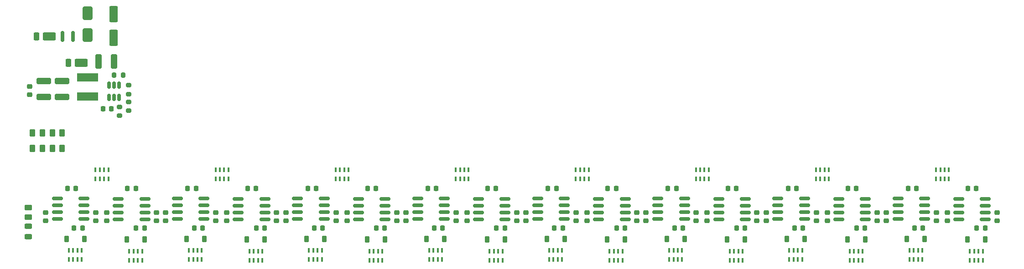
<source format=gbr>
%TF.GenerationSoftware,KiCad,Pcbnew,9.0.3*%
%TF.CreationDate,2025-07-15T10:45:23+03:00*%
%TF.ProjectId,control_unit_tester,636f6e74-726f-46c5-9f75-6e69745f7465,R2*%
%TF.SameCoordinates,Original*%
%TF.FileFunction,Paste,Top*%
%TF.FilePolarity,Positive*%
%FSLAX46Y46*%
G04 Gerber Fmt 4.6, Leading zero omitted, Abs format (unit mm)*
G04 Created by KiCad (PCBNEW 9.0.3) date 2025-07-15 10:45:23*
%MOMM*%
%LPD*%
G01*
G04 APERTURE LIST*
G04 Aperture macros list*
%AMRoundRect*
0 Rectangle with rounded corners*
0 $1 Rounding radius*
0 $2 $3 $4 $5 $6 $7 $8 $9 X,Y pos of 4 corners*
0 Add a 4 corners polygon primitive as box body*
4,1,4,$2,$3,$4,$5,$6,$7,$8,$9,$2,$3,0*
0 Add four circle primitives for the rounded corners*
1,1,$1+$1,$2,$3*
1,1,$1+$1,$4,$5*
1,1,$1+$1,$6,$7*
1,1,$1+$1,$8,$9*
0 Add four rect primitives between the rounded corners*
20,1,$1+$1,$2,$3,$4,$5,0*
20,1,$1+$1,$4,$5,$6,$7,0*
20,1,$1+$1,$6,$7,$8,$9,0*
20,1,$1+$1,$8,$9,$2,$3,0*%
G04 Aperture macros list end*
%ADD10RoundRect,0.225000X0.225000X0.250000X-0.225000X0.250000X-0.225000X-0.250000X0.225000X-0.250000X0*%
%ADD11R,4.000000X1.500000*%
%ADD12RoundRect,0.225000X-0.250000X0.225000X-0.250000X-0.225000X0.250000X-0.225000X0.250000X0.225000X0*%
%ADD13RoundRect,0.200000X0.200000X0.275000X-0.200000X0.275000X-0.200000X-0.275000X0.200000X-0.275000X0*%
%ADD14RoundRect,0.225000X0.225000X0.375000X-0.225000X0.375000X-0.225000X-0.375000X0.225000X-0.375000X0*%
%ADD15RoundRect,0.150000X-0.825000X-0.150000X0.825000X-0.150000X0.825000X0.150000X-0.825000X0.150000X0*%
%ADD16R,0.400000X0.900000*%
%ADD17RoundRect,0.250000X-0.262500X-0.450000X0.262500X-0.450000X0.262500X0.450000X-0.262500X0.450000X0*%
%ADD18RoundRect,0.150000X0.150000X-0.850000X0.150000X0.850000X-0.150000X0.850000X-0.150000X-0.850000X0*%
%ADD19RoundRect,0.200000X-0.275000X0.200000X-0.275000X-0.200000X0.275000X-0.200000X0.275000X0.200000X0*%
%ADD20RoundRect,0.150000X0.150000X-0.512500X0.150000X0.512500X-0.150000X0.512500X-0.150000X-0.512500X0*%
%ADD21RoundRect,0.250000X1.100000X-0.325000X1.100000X0.325000X-1.100000X0.325000X-1.100000X-0.325000X0*%
%ADD22RoundRect,0.225000X0.250000X-0.225000X0.250000X0.225000X-0.250000X0.225000X-0.250000X-0.225000X0*%
%ADD23RoundRect,0.200000X0.275000X-0.200000X0.275000X0.200000X-0.275000X0.200000X-0.275000X-0.200000X0*%
%ADD24RoundRect,0.250000X0.450000X-0.262500X0.450000X0.262500X-0.450000X0.262500X-0.450000X-0.262500X0*%
%ADD25RoundRect,0.250000X0.650000X-1.000000X0.650000X1.000000X-0.650000X1.000000X-0.650000X-1.000000X0*%
%ADD26RoundRect,0.250000X0.325000X1.100000X-0.325000X1.100000X-0.325000X-1.100000X0.325000X-1.100000X0*%
%ADD27RoundRect,0.250000X-0.950000X-0.500000X0.950000X-0.500000X0.950000X0.500000X-0.950000X0.500000X0*%
%ADD28RoundRect,0.250000X-0.275000X-0.500000X0.275000X-0.500000X0.275000X0.500000X-0.275000X0.500000X0*%
%ADD29RoundRect,0.250000X0.550000X-1.250000X0.550000X1.250000X-0.550000X1.250000X-0.550000X-1.250000X0*%
%ADD30RoundRect,0.243750X0.456250X-0.243750X0.456250X0.243750X-0.456250X0.243750X-0.456250X-0.243750X0*%
G04 APERTURE END LIST*
D10*
%TO.C,C68*%
X115289286Y-105050000D03*
X113739286Y-105050000D03*
%TD*%
D11*
%TO.C,L2*%
X82408333Y-76975000D03*
X82408333Y-80575000D03*
%TD*%
D12*
%TO.C,C29*%
X228960714Y-102125000D03*
X228960714Y-103675000D03*
%TD*%
D13*
%TO.C,R6*%
X89008333Y-76600000D03*
X87358333Y-76600000D03*
%TD*%
D14*
%TO.C,D21*%
X182182143Y-107125000D03*
X178882143Y-107125000D03*
%TD*%
D10*
%TO.C,C16*%
X247400000Y-97625000D03*
X245850000Y-97625000D03*
%TD*%
%TO.C,C8*%
X180532143Y-97625000D03*
X178982143Y-97625000D03*
%TD*%
D12*
%TO.C,C45*%
X208385714Y-102125000D03*
X208385714Y-103675000D03*
%TD*%
D10*
%TO.C,C14*%
X225110714Y-97625000D03*
X223560714Y-97625000D03*
%TD*%
D15*
%TO.C,U10*%
X199571429Y-99585000D03*
X199571429Y-100855000D03*
X199571429Y-102125000D03*
X199571429Y-103395000D03*
X204521429Y-103395000D03*
X204521429Y-102125000D03*
X204521429Y-100855000D03*
X204521429Y-99585000D03*
%TD*%
D16*
%TO.C,RN6*%
X128478571Y-95900000D03*
X129278571Y-95900000D03*
X130078571Y-95900000D03*
X130878571Y-95900000D03*
X130878571Y-94200000D03*
X130078571Y-94200000D03*
X129278571Y-94200000D03*
X128478571Y-94200000D03*
%TD*%
D12*
%TO.C,C40*%
X119228571Y-102125000D03*
X119228571Y-103675000D03*
%TD*%
D10*
%TO.C,C69*%
X226735714Y-105050000D03*
X225185714Y-105050000D03*
%TD*%
D15*
%TO.C,U6*%
X154992857Y-99585000D03*
X154992857Y-100855000D03*
X154992857Y-102125000D03*
X154992857Y-103395000D03*
X159942857Y-103395000D03*
X159942857Y-102125000D03*
X159942857Y-100855000D03*
X159942857Y-99585000D03*
%TD*%
D12*
%TO.C,C50*%
X173132143Y-102125000D03*
X173132143Y-103675000D03*
%TD*%
%TO.C,C30*%
X251250000Y-102125000D03*
X251250000Y-103675000D03*
%TD*%
D10*
%TO.C,C2*%
X91375000Y-97625000D03*
X89825000Y-97625000D03*
%TD*%
D12*
%TO.C,C36*%
X108289286Y-102125000D03*
X108289286Y-103675000D03*
%TD*%
D14*
%TO.C,D38*%
X215535714Y-107050000D03*
X212235714Y-107050000D03*
%TD*%
%TO.C,D32*%
X104089286Y-107050000D03*
X100789286Y-107050000D03*
%TD*%
D17*
%TO.C,R3*%
X72187500Y-87350000D03*
X74012500Y-87350000D03*
%TD*%
D12*
%TO.C,C37*%
X219735714Y-102125000D03*
X219735714Y-103675000D03*
%TD*%
D14*
%TO.C,D20*%
X170957143Y-107050000D03*
X167657143Y-107050000D03*
%TD*%
D12*
%TO.C,C39*%
X74650000Y-102125000D03*
X74650000Y-103675000D03*
%TD*%
D16*
%TO.C,RN8*%
X159442857Y-109300000D03*
X158642857Y-109300000D03*
X157842857Y-109300000D03*
X157042857Y-109300000D03*
X157042857Y-111000000D03*
X157842857Y-111000000D03*
X158642857Y-111000000D03*
X159442857Y-111000000D03*
%TD*%
D12*
%TO.C,C46*%
X230675000Y-102125000D03*
X230675000Y-103675000D03*
%TD*%
D14*
%TO.C,D9*%
X137603571Y-107125000D03*
X134303571Y-107125000D03*
%TD*%
D16*
%TO.C,RN14*%
X204021429Y-109300000D03*
X203221429Y-109300000D03*
X202421429Y-109300000D03*
X201621429Y-109300000D03*
X201621429Y-111000000D03*
X202421429Y-111000000D03*
X203221429Y-111000000D03*
X204021429Y-111000000D03*
%TD*%
D10*
%TO.C,C58*%
X170632143Y-105000000D03*
X169082143Y-105000000D03*
%TD*%
D14*
%TO.C,D8*%
X126378571Y-107050000D03*
X123078571Y-107050000D03*
%TD*%
D15*
%TO.C,U11*%
X99114286Y-99495000D03*
X99114286Y-100765000D03*
X99114286Y-102035000D03*
X99114286Y-103305000D03*
X104064286Y-103305000D03*
X104064286Y-102035000D03*
X104064286Y-100765000D03*
X104064286Y-99495000D03*
%TD*%
D10*
%TO.C,C70*%
X249025000Y-105050000D03*
X247475000Y-105050000D03*
%TD*%
%TO.C,C65*%
X159867857Y-105050000D03*
X158317857Y-105050000D03*
%TD*%
D14*
%TO.C,D45*%
X249050000Y-107125000D03*
X245750000Y-107125000D03*
%TD*%
D17*
%TO.C,R2*%
X75887500Y-90200000D03*
X77712500Y-90200000D03*
%TD*%
D18*
%TO.C,L1*%
X77800000Y-69350000D03*
X79700000Y-69350000D03*
%TD*%
D12*
%TO.C,C38*%
X242025000Y-102125000D03*
X242025000Y-103675000D03*
%TD*%
D15*
%TO.C,U4*%
X132703571Y-99585000D03*
X132703571Y-100855000D03*
X132703571Y-102125000D03*
X132703571Y-103395000D03*
X137653571Y-103395000D03*
X137653571Y-102125000D03*
X137653571Y-100855000D03*
X137653571Y-99585000D03*
%TD*%
D17*
%TO.C,R1*%
X72187500Y-90200000D03*
X74012500Y-90200000D03*
%TD*%
D16*
%TO.C,RN10*%
X168107143Y-110900000D03*
X168907143Y-110900000D03*
X169707143Y-110900000D03*
X170507143Y-110900000D03*
X170507143Y-109200000D03*
X169707143Y-109200000D03*
X168907143Y-109200000D03*
X168107143Y-109200000D03*
%TD*%
%TO.C,RN19*%
X212685714Y-110900000D03*
X213485714Y-110900000D03*
X214285714Y-110900000D03*
X215085714Y-110900000D03*
X215085714Y-109200000D03*
X214285714Y-109200000D03*
X213485714Y-109200000D03*
X212685714Y-109200000D03*
%TD*%
D12*
%TO.C,C43*%
X186096429Y-102125000D03*
X186096429Y-103675000D03*
%TD*%
D16*
%TO.C,RN22*%
X234975000Y-110900000D03*
X235775000Y-110900000D03*
X236575000Y-110900000D03*
X237375000Y-110900000D03*
X237375000Y-109200000D03*
X236575000Y-109200000D03*
X235775000Y-109200000D03*
X234975000Y-109200000D03*
%TD*%
D12*
%TO.C,C44*%
X96939286Y-102125000D03*
X96939286Y-103675000D03*
%TD*%
D10*
%TO.C,C19*%
X86850000Y-82810000D03*
X85300000Y-82810000D03*
%TD*%
D12*
%TO.C,C47*%
X83975000Y-102125000D03*
X83975000Y-103675000D03*
%TD*%
D16*
%TO.C,RN15*%
X195346429Y-95900000D03*
X196146429Y-95900000D03*
X196946429Y-95900000D03*
X197746429Y-95900000D03*
X197746429Y-94200000D03*
X196946429Y-94200000D03*
X196146429Y-94200000D03*
X195346429Y-94200000D03*
%TD*%
D12*
%TO.C,C31*%
X86000000Y-102125000D03*
X86000000Y-103675000D03*
%TD*%
D14*
%TO.C,D3*%
X93025000Y-107125000D03*
X89725000Y-107125000D03*
%TD*%
D15*
%TO.C,U7*%
X165982143Y-99495000D03*
X165982143Y-100765000D03*
X165982143Y-102035000D03*
X165982143Y-103305000D03*
X170932143Y-103305000D03*
X170932143Y-102035000D03*
X170932143Y-100765000D03*
X170932143Y-99495000D03*
%TD*%
D19*
%TO.C,R8*%
X88395000Y-82495000D03*
X88395000Y-84145000D03*
%TD*%
D20*
%TO.C,U17*%
X86408333Y-80725000D03*
X87358333Y-80725000D03*
X88308333Y-80725000D03*
X88308333Y-78450000D03*
X87358333Y-78450000D03*
X86408333Y-78450000D03*
%TD*%
D10*
%TO.C,C66*%
X182157143Y-105050000D03*
X180607143Y-105050000D03*
%TD*%
D16*
%TO.C,RN23*%
X248600000Y-109300000D03*
X247800000Y-109300000D03*
X247000000Y-109300000D03*
X246200000Y-109300000D03*
X246200000Y-111000000D03*
X247000000Y-111000000D03*
X247800000Y-111000000D03*
X248600000Y-111000000D03*
%TD*%
D15*
%TO.C,U12*%
X110414286Y-99585000D03*
X110414286Y-100855000D03*
X110414286Y-102125000D03*
X110414286Y-103395000D03*
X115364286Y-103395000D03*
X115364286Y-102125000D03*
X115364286Y-100855000D03*
X115364286Y-99585000D03*
%TD*%
D16*
%TO.C,RN1*%
X78950000Y-110900000D03*
X79750000Y-110900000D03*
X80550000Y-110900000D03*
X81350000Y-110900000D03*
X81350000Y-109200000D03*
X80550000Y-109200000D03*
X79750000Y-109200000D03*
X78950000Y-109200000D03*
%TD*%
%TO.C,RN12*%
X173057143Y-95900000D03*
X173857143Y-95900000D03*
X174657143Y-95900000D03*
X175457143Y-95900000D03*
X175457143Y-94200000D03*
X174657143Y-94200000D03*
X173857143Y-94200000D03*
X173057143Y-94200000D03*
%TD*%
D10*
%TO.C,C1*%
X80275000Y-97620000D03*
X78725000Y-97620000D03*
%TD*%
D19*
%TO.C,R9*%
X90045000Y-81570000D03*
X90045000Y-83220000D03*
%TD*%
D12*
%TO.C,C42*%
X163807143Y-102125000D03*
X163807143Y-103675000D03*
%TD*%
D16*
%TO.C,RN2*%
X92575000Y-109300000D03*
X91775000Y-109300000D03*
X90975000Y-109300000D03*
X90175000Y-109300000D03*
X90175000Y-111000000D03*
X90975000Y-111000000D03*
X91775000Y-111000000D03*
X92575000Y-111000000D03*
%TD*%
%TO.C,RN18*%
X106189286Y-95900000D03*
X106989286Y-95900000D03*
X107789286Y-95900000D03*
X108589286Y-95900000D03*
X108589286Y-94200000D03*
X107789286Y-94200000D03*
X106989286Y-94200000D03*
X106189286Y-94200000D03*
%TD*%
D10*
%TO.C,C5*%
X147142857Y-97620000D03*
X145592857Y-97620000D03*
%TD*%
D14*
%TO.C,D2*%
X81800000Y-107050000D03*
X78500000Y-107050000D03*
%TD*%
D16*
%TO.C,RN5*%
X137153571Y-109300000D03*
X136353571Y-109300000D03*
X135553571Y-109300000D03*
X134753571Y-109300000D03*
X134753571Y-111000000D03*
X135553571Y-111000000D03*
X136353571Y-111000000D03*
X137153571Y-111000000D03*
%TD*%
D10*
%TO.C,C63*%
X93000000Y-105050000D03*
X91450000Y-105050000D03*
%TD*%
D16*
%TO.C,RN16*%
X101239286Y-110900000D03*
X102039286Y-110900000D03*
X102839286Y-110900000D03*
X103639286Y-110900000D03*
X103639286Y-109200000D03*
X102839286Y-109200000D03*
X102039286Y-109200000D03*
X101239286Y-109200000D03*
%TD*%
D10*
%TO.C,C4*%
X135953571Y-97625000D03*
X134403571Y-97625000D03*
%TD*%
D15*
%TO.C,U5*%
X143692857Y-99495000D03*
X143692857Y-100765000D03*
X143692857Y-102035000D03*
X143692857Y-103305000D03*
X148642857Y-103305000D03*
X148642857Y-102035000D03*
X148642857Y-100765000D03*
X148642857Y-99495000D03*
%TD*%
D12*
%TO.C,C53*%
X217710714Y-102125000D03*
X217710714Y-103675000D03*
%TD*%
%TO.C,C33*%
X152867857Y-102125000D03*
X152867857Y-103675000D03*
%TD*%
D16*
%TO.C,RN21*%
X217635714Y-95900000D03*
X218435714Y-95900000D03*
X219235714Y-95900000D03*
X220035714Y-95900000D03*
X220035714Y-94200000D03*
X219235714Y-94200000D03*
X218435714Y-94200000D03*
X217635714Y-94200000D03*
%TD*%
D10*
%TO.C,C55*%
X81475000Y-105000000D03*
X79925000Y-105000000D03*
%TD*%
D21*
%TO.C,C20*%
X77685000Y-80615000D03*
X77685000Y-77665000D03*
%TD*%
D16*
%TO.C,RN7*%
X145817857Y-110900000D03*
X146617857Y-110900000D03*
X147417857Y-110900000D03*
X148217857Y-110900000D03*
X148217857Y-109200000D03*
X147417857Y-109200000D03*
X146617857Y-109200000D03*
X145817857Y-109200000D03*
%TD*%
D10*
%TO.C,C7*%
X169432143Y-97620000D03*
X167882143Y-97620000D03*
%TD*%
D12*
%TO.C,C24*%
X139803571Y-102125000D03*
X139803571Y-103675000D03*
%TD*%
D14*
%TO.C,D33*%
X115314286Y-107125000D03*
X112014286Y-107125000D03*
%TD*%
D12*
%TO.C,C32*%
X130578571Y-102125000D03*
X130578571Y-103675000D03*
%TD*%
D22*
%TO.C,C22*%
X71675000Y-80250000D03*
X71675000Y-78700000D03*
%TD*%
D14*
%TO.C,D44*%
X237825000Y-107050000D03*
X234525000Y-107050000D03*
%TD*%
D10*
%TO.C,C67*%
X204446429Y-105050000D03*
X202896429Y-105050000D03*
%TD*%
D16*
%TO.C,RN24*%
X239925000Y-95900000D03*
X240725000Y-95900000D03*
X241525000Y-95900000D03*
X242325000Y-95900000D03*
X242325000Y-94200000D03*
X241525000Y-94200000D03*
X240725000Y-94200000D03*
X239925000Y-94200000D03*
%TD*%
D14*
%TO.C,D26*%
X193246429Y-107050000D03*
X189946429Y-107050000D03*
%TD*%
D10*
%TO.C,C10*%
X202821429Y-97625000D03*
X201271429Y-97625000D03*
%TD*%
%TO.C,C15*%
X236300000Y-97620000D03*
X234750000Y-97620000D03*
%TD*%
D12*
%TO.C,C41*%
X141517857Y-102125000D03*
X141517857Y-103675000D03*
%TD*%
%TO.C,C35*%
X197446429Y-102125000D03*
X197446429Y-103675000D03*
%TD*%
D23*
%TO.C,R7*%
X90058333Y-80100000D03*
X90058333Y-78450000D03*
%TD*%
D12*
%TO.C,C54*%
X240000000Y-102125000D03*
X240000000Y-103675000D03*
%TD*%
%TO.C,C52*%
X106264286Y-102125000D03*
X106264286Y-103675000D03*
%TD*%
D16*
%TO.C,RN20*%
X226310714Y-109300000D03*
X225510714Y-109300000D03*
X224710714Y-109300000D03*
X223910714Y-109300000D03*
X223910714Y-111000000D03*
X224710714Y-111000000D03*
X225510714Y-111000000D03*
X226310714Y-111000000D03*
%TD*%
D15*
%TO.C,U13*%
X210560714Y-99495000D03*
X210560714Y-100765000D03*
X210560714Y-102035000D03*
X210560714Y-103305000D03*
X215510714Y-103305000D03*
X215510714Y-102035000D03*
X215510714Y-100765000D03*
X215510714Y-99495000D03*
%TD*%
D24*
%TO.C,R5*%
X71405000Y-103000000D03*
X71405000Y-101175000D03*
%TD*%
D15*
%TO.C,U16*%
X244150000Y-99585000D03*
X244150000Y-100855000D03*
X244150000Y-102125000D03*
X244150000Y-103395000D03*
X249100000Y-103395000D03*
X249100000Y-102125000D03*
X249100000Y-100855000D03*
X249100000Y-99585000D03*
%TD*%
D16*
%TO.C,RN3*%
X83900000Y-95900000D03*
X84700000Y-95900000D03*
X85500000Y-95900000D03*
X86300000Y-95900000D03*
X86300000Y-94200000D03*
X85500000Y-94200000D03*
X84700000Y-94200000D03*
X83900000Y-94200000D03*
%TD*%
D17*
%TO.C,R4*%
X75887500Y-87350000D03*
X77712500Y-87350000D03*
%TD*%
D25*
%TO.C,D50*%
X82445000Y-69097500D03*
X82445000Y-65097500D03*
%TD*%
D26*
%TO.C,C18*%
X87383333Y-74075000D03*
X84433333Y-74075000D03*
%TD*%
D10*
%TO.C,C9*%
X191721429Y-97620000D03*
X190171429Y-97620000D03*
%TD*%
D16*
%TO.C,RN4*%
X123528571Y-110900000D03*
X124328571Y-110900000D03*
X125128571Y-110900000D03*
X125928571Y-110900000D03*
X125928571Y-109200000D03*
X125128571Y-109200000D03*
X124328571Y-109200000D03*
X123528571Y-109200000D03*
%TD*%
D15*
%TO.C,U14*%
X221860714Y-99585000D03*
X221860714Y-100855000D03*
X221860714Y-102125000D03*
X221860714Y-103395000D03*
X226810714Y-103395000D03*
X226810714Y-102125000D03*
X226810714Y-100855000D03*
X226810714Y-99585000D03*
%TD*%
D10*
%TO.C,C62*%
X237500000Y-105000000D03*
X235950000Y-105000000D03*
%TD*%
D16*
%TO.C,RN17*%
X114864286Y-109300000D03*
X114064286Y-109300000D03*
X113264286Y-109300000D03*
X112464286Y-109300000D03*
X112464286Y-111000000D03*
X113264286Y-111000000D03*
X114064286Y-111000000D03*
X114864286Y-111000000D03*
%TD*%
D10*
%TO.C,C64*%
X137578571Y-105050000D03*
X136028571Y-105050000D03*
%TD*%
%TO.C,C61*%
X215210714Y-105000000D03*
X213660714Y-105000000D03*
%TD*%
D12*
%TO.C,C28*%
X117514286Y-102125000D03*
X117514286Y-103675000D03*
%TD*%
D15*
%TO.C,U15*%
X232850000Y-99495000D03*
X232850000Y-100765000D03*
X232850000Y-102035000D03*
X232850000Y-103305000D03*
X237800000Y-103305000D03*
X237800000Y-102035000D03*
X237800000Y-100765000D03*
X237800000Y-99495000D03*
%TD*%
D14*
%TO.C,D15*%
X159892857Y-107125000D03*
X156592857Y-107125000D03*
%TD*%
D15*
%TO.C,U9*%
X188271429Y-99495000D03*
X188271429Y-100765000D03*
X188271429Y-102035000D03*
X188271429Y-103305000D03*
X193221429Y-103305000D03*
X193221429Y-102035000D03*
X193221429Y-100765000D03*
X193221429Y-99495000D03*
%TD*%
D12*
%TO.C,C23*%
X95225000Y-102125000D03*
X95225000Y-103675000D03*
%TD*%
D10*
%TO.C,C13*%
X214010714Y-97620000D03*
X212460714Y-97620000D03*
%TD*%
%TO.C,C11*%
X102564286Y-97620000D03*
X101014286Y-97620000D03*
%TD*%
%TO.C,C59*%
X192921429Y-105000000D03*
X191371429Y-105000000D03*
%TD*%
D14*
%TO.C,D39*%
X226760714Y-107125000D03*
X223460714Y-107125000D03*
%TD*%
D10*
%TO.C,C12*%
X113664286Y-97625000D03*
X112114286Y-97625000D03*
%TD*%
D12*
%TO.C,C48*%
X128553571Y-102125000D03*
X128553571Y-103675000D03*
%TD*%
%TO.C,C27*%
X206671429Y-102125000D03*
X206671429Y-103675000D03*
%TD*%
D16*
%TO.C,RN11*%
X181732143Y-109300000D03*
X180932143Y-109300000D03*
X180132143Y-109300000D03*
X179332143Y-109300000D03*
X179332143Y-111000000D03*
X180132143Y-111000000D03*
X180932143Y-111000000D03*
X181732143Y-111000000D03*
%TD*%
D27*
%TO.C,D51*%
X81220000Y-74295000D03*
D28*
X78845000Y-74295000D03*
%TD*%
D27*
%TO.C,D52*%
X75325000Y-69375000D03*
D28*
X72950000Y-69375000D03*
%TD*%
D12*
%TO.C,C51*%
X195421429Y-102125000D03*
X195421429Y-103675000D03*
%TD*%
D16*
%TO.C,RN13*%
X190396429Y-110900000D03*
X191196429Y-110900000D03*
X191996429Y-110900000D03*
X192796429Y-110900000D03*
X192796429Y-109200000D03*
X191996429Y-109200000D03*
X191196429Y-109200000D03*
X190396429Y-109200000D03*
%TD*%
D15*
%TO.C,U8*%
X177282143Y-99585000D03*
X177282143Y-100855000D03*
X177282143Y-102125000D03*
X177282143Y-103395000D03*
X182232143Y-103395000D03*
X182232143Y-102125000D03*
X182232143Y-100855000D03*
X182232143Y-99585000D03*
%TD*%
D10*
%TO.C,C3*%
X124853571Y-97620000D03*
X123303571Y-97620000D03*
%TD*%
D12*
%TO.C,C34*%
X175157143Y-102125000D03*
X175157143Y-103675000D03*
%TD*%
D10*
%TO.C,C6*%
X158242857Y-97625000D03*
X156692857Y-97625000D03*
%TD*%
D14*
%TO.C,D14*%
X148667857Y-107050000D03*
X145367857Y-107050000D03*
%TD*%
D15*
%TO.C,U2*%
X88125000Y-99585000D03*
X88125000Y-100855000D03*
X88125000Y-102125000D03*
X88125000Y-103395000D03*
X93075000Y-103395000D03*
X93075000Y-102125000D03*
X93075000Y-100855000D03*
X93075000Y-99585000D03*
%TD*%
%TO.C,U1*%
X76825000Y-99495000D03*
X76825000Y-100765000D03*
X76825000Y-102035000D03*
X76825000Y-103305000D03*
X81775000Y-103305000D03*
X81775000Y-102035000D03*
X81775000Y-100765000D03*
X81775000Y-99495000D03*
%TD*%
D14*
%TO.C,D27*%
X204471429Y-107125000D03*
X201171429Y-107125000D03*
%TD*%
D12*
%TO.C,C25*%
X162092857Y-102125000D03*
X162092857Y-103675000D03*
%TD*%
D29*
%TO.C,C17*%
X87270000Y-69645000D03*
X87270000Y-65245000D03*
%TD*%
D10*
%TO.C,C57*%
X148342857Y-105000000D03*
X146792857Y-105000000D03*
%TD*%
D15*
%TO.C,U3*%
X121403571Y-99495000D03*
X121403571Y-100765000D03*
X121403571Y-102035000D03*
X121403571Y-103305000D03*
X126353571Y-103305000D03*
X126353571Y-102035000D03*
X126353571Y-100765000D03*
X126353571Y-99495000D03*
%TD*%
D30*
%TO.C,D1*%
X71450000Y-106600000D03*
X71450000Y-104725000D03*
%TD*%
D12*
%TO.C,C49*%
X150842857Y-102125000D03*
X150842857Y-103675000D03*
%TD*%
%TO.C,C26*%
X184382143Y-102125000D03*
X184382143Y-103675000D03*
%TD*%
D10*
%TO.C,C56*%
X126053571Y-105000000D03*
X124503571Y-105000000D03*
%TD*%
D21*
%TO.C,C21*%
X74285000Y-80615000D03*
X74285000Y-77665000D03*
%TD*%
D16*
%TO.C,RN9*%
X150767857Y-95900000D03*
X151567857Y-95900000D03*
X152367857Y-95900000D03*
X153167857Y-95900000D03*
X153167857Y-94200000D03*
X152367857Y-94200000D03*
X151567857Y-94200000D03*
X150767857Y-94200000D03*
%TD*%
D10*
%TO.C,C60*%
X103764286Y-105000000D03*
X102214286Y-105000000D03*
%TD*%
M02*

</source>
